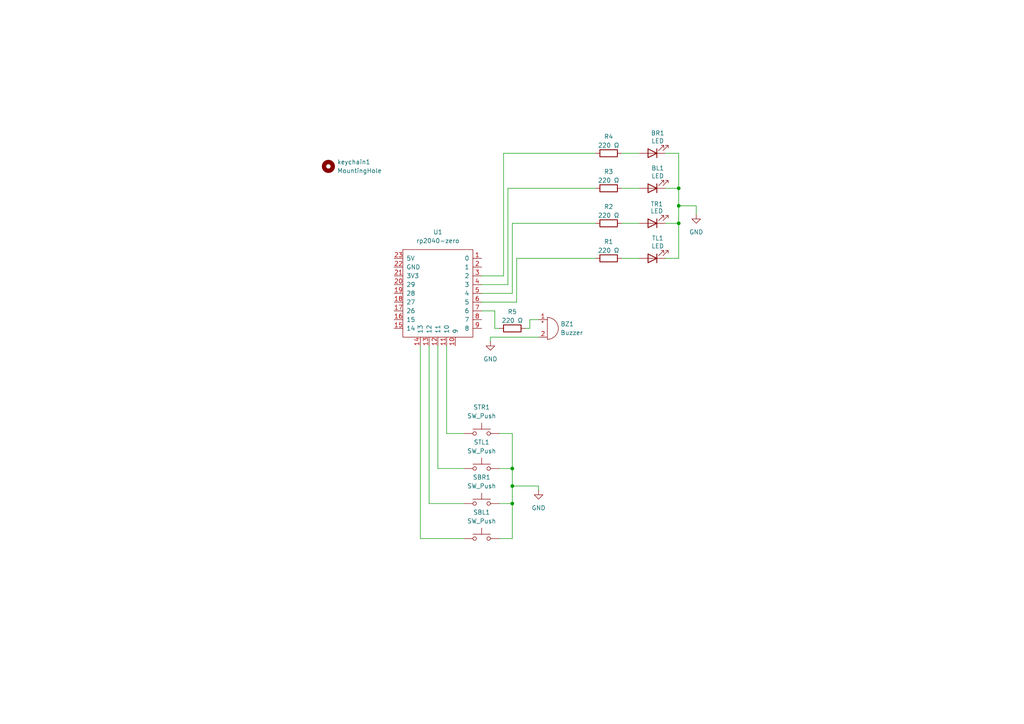
<source format=kicad_sch>
(kicad_sch (version 20231120) (generator "eeschema") (generator_version "8.0")
  (paper "A4")
  (lib_symbols
    (symbol "Device:Buzzer" (pin_names (offset 0.0254) hide)
      (property "Reference" "BZ" (at 3.81 1.27 0))
      (property "Value" "Buzzer" (at 3.81 -1.27 0))
      (symbol "Buzzer_0_1"
        (arc (start 0 -3.175) (mid 3.1612 0) (end 0 3.175))
        (polyline (pts (xy -1.651 1.905) (xy -1.143 1.905)))
        (polyline (pts (xy -1.397 2.159) (xy -1.397 1.651)))
        (polyline (pts (xy 0 3.175) (xy 0 -3.175)))
      )
      (symbol "Buzzer_1_1"
        (pin passive line (at -2.54 2.54 0) (length 2.54) (name "+") (number "1"))
        (pin passive line (at -2.54 -2.54 0) (length 2.54) (name "-") (number "2"))
      )
    )
    (symbol "Device:LED" (pin_numbers hide) (pin_names (offset 1.016) hide)
      (property "Reference" "D" (at 0 2.54 0))
      (property "Value" "LED" (at 0 -2.54 0))
      (symbol "LED_0_1"
        (polyline (pts (xy -1.27 -1.27) (xy -1.27 1.27)) (stroke (width 0.254)))
        (polyline (pts (xy -1.27 0) (xy 1.27 0)))
        (polyline (pts (xy 1.27 -1.27) (xy 1.27 1.27) (xy -1.27 0) (xy 1.27 -1.27)) (stroke (width 0.254)))
        (polyline (pts (xy -3.048 -0.762) (xy -4.572 -2.286) (xy -3.81 -2.286) (xy -4.572 -2.286) (xy -4.572 -1.524)))
        (polyline (pts (xy -1.778 -0.762) (xy -3.302 -2.286) (xy -2.54 -2.286) (xy -3.302 -2.286) (xy -3.302 -1.524)))
      )
      (symbol "LED_1_1"
        (pin passive line (at -3.81 0 0) (length 2.54) (name "K") (number "1"))
        (pin passive line (at 3.81 0 180) (length 2.54) (name "A") (number "2"))
      )
    )
    (symbol "Device:R" (pin_numbers hide) (pin_names (offset 0))
      (property "Reference" "R" (at 2.032 0 90))
      (property "Value" "R" (at 0 0 90))
      (symbol "R_0_1"
        (rectangle (start -1.016 -2.54) (end 1.016 2.54) (stroke (width 0.254)))
      )
      (symbol "R_1_1"
        (pin passive line (at 0 3.81 270) (length 1.27) (name "~") (number "1"))
        (pin passive line (at 0 -3.81 90) (length 1.27) (name "~") (number "2"))
      )
    )
    (symbol "Mechanical:MountingHole" (pin_names (offset 1.016)) (exclude_from_sim yes) (in_bom no)
      (property "Reference" "H" (at 0 5.08 0))
      (property "Value" "MountingHole" (at 0 3.175 0))
      (symbol "MountingHole_0_1"
        (circle (center 0 0) (radius 1.27) (stroke (width 1.27)))
      )
    )
    (symbol "Switch:SW_Push" (pin_numbers hide) (pin_names (offset 1.016) hide)
      (property "Reference" "SW" (at 1.27 2.54 0))
      (property "Value" "SW_Push" (at 0 -1.524 0))
      (symbol "SW_Push_0_1"
        (circle (center -2.032 0) (radius 0.508))
        (polyline (pts (xy 0 1.27) (xy 0 3.048)))
        (polyline (pts (xy 2.54 1.27) (xy -2.54 1.27)))
        (circle (center 2.032 0) (radius 0.508))
        (pin passive line (at -5.08 0 0) (length 2.54) (name "1") (number "1"))
        (pin passive line (at 5.08 0 180) (length 2.54) (name "2") (number "2"))
      )
    )
    (symbol "mcu:rp2040-zero" (pin_names (offset 1.016))
      (property "Reference" "U" (at 0 15.24 0))
      (property "Value" "rp2040-zero" (at 0 12.7 0))
      (symbol "rp2040-zero_0_1"
        (rectangle (start -10.16 11.43) (end 10.16 -13.97))
      )
      (symbol "rp2040-zero_1_1"
        (pin bidirectional line (at 12.7 8.89 180) (length 2.54) (name "0") (number "1"))
        (pin bidirectional line (at 5.08 -16.51 90) (length 2.54) (name "9") (number "10"))
        (pin bidirectional line (at 2.54 -16.51 90) (length 2.54) (name "10") (number "11"))
        (pin bidirectional line (at 0 -16.51 90) (length 2.54) (name "11") (number "12"))
        (pin bidirectional line (at -2.54 -16.51 90) (length 2.54) (name "12") (number "13"))
        (pin bidirectional line (at -5.08 -16.51 90) (length 2.54) (name "13") (number "14"))
        (pin bidirectional line (at -12.7 -11.43 0) (length 2.54) (name "14") (number "15"))
        (pin bidirectional line (at -12.7 -8.89 0) (length 2.54) (name "15") (number "16"))
        (pin bidirectional line (at -12.7 -6.35 0) (length 2.54) (name "26") (number "17"))
        (pin bidirectional line (at -12.7 -3.81 0) (length 2.54) (name "27") (number "18"))
        (pin bidirectional line (at -12.7 -1.27 0) (length 2.54) (name "28") (number "19"))
        (pin bidirectional line (at 12.7 6.35 180) (length 2.54) (name "1") (number "2"))
        (pin bidirectional line (at -12.7 1.27 0) (length 2.54) (name "29") (number "20"))
        (pin power_out line (at -12.7 3.81 0) (length 2.54) (name "3V3") (number "21"))
        (pin power_out line (at -12.7 6.35 0) (length 2.54) (name "GND") (number "22"))
        (pin power_out line (at -12.7 8.89 0) (length 2.54) (name "5V") (number "23"))
        (pin bidirectional line (at 12.7 3.81 180) (length 2.54) (name "2") (number "3"))
        (pin bidirectional line (at 12.7 1.27 180) (length 2.54) (name "3") (number "4"))
        (pin bidirectional line (at 12.7 -1.27 180) (length 2.54) (name "4") (number "5"))
        (pin bidirectional line (at 12.7 -3.81 180) (length 2.54) (name "5") (number "6"))
        (pin bidirectional line (at 12.7 -6.35 180) (length 2.54) (name "6") (number "7"))
        (pin bidirectional line (at 12.7 -8.89 180) (length 2.54) (name "7") (number "8"))
        (pin bidirectional line (at 12.7 -11.43 180) (length 2.54) (name "8") (number "9"))
      )
    )
    (symbol "power:GND" (power) (pin_numbers hide) (pin_names (offset 0) hide)
      (property "Value" "GND" (at 0 -3.81 0))
      (symbol "GND_0_1"
        (polyline (pts (xy 0 0) (xy 0 -1.27) (xy 1.27 -1.27) (xy 0 -2.54) (xy -1.27 -1.27) (xy 0 -1.27)))
      )
      (symbol "GND_1_1"
        (pin power_in line (at 0 0 270) (length 0) (name "~") (number "1"))
      )
    )
  )
  (junction (at 196.85 64.77))
  (junction (at 148.59 146.05))
  (junction (at 196.85 59.69))
  (junction (at 196.85 54.61))
  (junction (at 148.59 135.89))
  (junction (at 148.59 140.97))
  (wire (pts (xy 134.62 125.73) (xy 129.54 125.73)))
  (wire (pts (xy 146.05 80.01) (xy 139.7 80.01)))
  (wire (pts (xy 134.62 146.05) (xy 124.46 146.05)))
  (wire (pts (xy 143.51 90.17) (xy 139.7 90.17)))
  (wire (pts (xy 153.67 92.71) (xy 156.21 92.71)))
  (wire (pts (xy 196.85 54.61) (xy 196.85 59.69)))
  (wire (pts (xy 149.86 87.63) (xy 149.86 74.93)))
  (wire (pts (xy 193.04 74.93) (xy 196.85 74.93)))
  (wire (pts (xy 129.54 125.73) (xy 129.54 100.33)))
  (wire (pts (xy 124.46 146.05) (xy 124.46 100.33)))
  (wire (pts (xy 121.92 156.21) (xy 121.92 100.33)))
  (wire (pts (xy 185.42 54.61) (xy 180.34 54.61)))
  (wire (pts (xy 201.93 59.69) (xy 201.93 62.23)))
  (wire (pts (xy 148.59 135.89) (xy 148.59 140.97)))
  (wire (pts (xy 148.59 146.05) (xy 148.59 156.21)))
  (wire (pts (xy 142.24 97.79) (xy 156.21 97.79)))
  (wire (pts (xy 172.72 54.61) (xy 147.32 54.61)))
  (wire (pts (xy 139.7 87.63) (xy 149.86 87.63)))
  (wire (pts (xy 147.32 54.61) (xy 147.32 82.55)))
  (wire (pts (xy 134.62 135.89) (xy 127 135.89)))
  (wire (pts (xy 149.86 74.93) (xy 172.72 74.93)))
  (wire (pts (xy 142.24 97.79) (xy 142.24 99.06)))
  (wire (pts (xy 148.59 64.77) (xy 148.59 85.09)))
  (wire (pts (xy 193.04 44.45) (xy 196.85 44.45)))
  (wire (pts (xy 144.78 125.73) (xy 148.59 125.73)))
  (wire (pts (xy 144.78 146.05) (xy 148.59 146.05)))
  (wire (pts (xy 196.85 59.69) (xy 201.93 59.69)))
  (wire (pts (xy 180.34 74.93) (xy 185.42 74.93)))
  (wire (pts (xy 144.78 135.89) (xy 148.59 135.89)))
  (wire (pts (xy 156.21 140.97) (xy 148.59 140.97)))
  (wire (pts (xy 148.59 125.73) (xy 148.59 135.89)))
  (wire (pts (xy 127 135.89) (xy 127 100.33)))
  (wire (pts (xy 196.85 59.69) (xy 196.85 64.77)))
  (wire (pts (xy 180.34 44.45) (xy 185.42 44.45)))
  (wire (pts (xy 148.59 85.09) (xy 139.7 85.09)))
  (wire (pts (xy 147.32 82.55) (xy 139.7 82.55)))
  (wire (pts (xy 196.85 64.77) (xy 193.04 64.77)))
  (wire (pts (xy 144.78 156.21) (xy 148.59 156.21)))
  (wire (pts (xy 196.85 44.45) (xy 196.85 54.61)))
  (wire (pts (xy 146.05 44.45) (xy 146.05 80.01)))
  (wire (pts (xy 148.59 140.97) (xy 148.59 146.05)))
  (wire (pts (xy 134.62 156.21) (xy 121.92 156.21)))
  (wire (pts (xy 144.78 95.25) (xy 143.51 95.25)))
  (wire (pts (xy 153.67 95.25) (xy 153.67 92.71)))
  (wire (pts (xy 172.72 44.45) (xy 146.05 44.45)))
  (wire (pts (xy 180.34 64.77) (xy 185.42 64.77)))
  (wire (pts (xy 196.85 64.77) (xy 196.85 74.93)))
  (wire (pts (xy 143.51 95.25) (xy 143.51 90.17)))
  (wire (pts (xy 153.67 95.25) (xy 152.4 95.25)))
  (wire (pts (xy 193.04 54.61) (xy 196.85 54.61)))
  (wire (pts (xy 172.72 64.77) (xy 148.59 64.77)))
  (wire (pts (xy 156.21 140.97) (xy 156.21 142.24)))
  (symbol (lib_id "Switch:SW_Push") (at 139.7 146.05 0) (unit 1)
    (property "Reference" "SBR1" (at 139.7 138.43 0))
    (property "Value" "SW_Push" (at 139.7 140.97 0))
    (property "Footprint" "Button_Switch_THT:SW_PUSH_6mm" (effects (hide yes)))
    (property "Description" "Push button switch, generic, two pins" (effects (hide yes)))
  )
  (symbol (lib_id "mcu:rp2040-zero") (at 127 83.82 0) (unit 1)
    (property "Reference" "U1" (at 127 67.31 0))
    (property "Value" "rp2040-zero" (at 127 69.85 0))
    (property "Footprint" "mcu:rp2040-zero-tht" (effects (hide yes)))
  )
  (symbol (lib_id "power:GND") (at 142.24 99.06 0) (unit 1)
    (property "Reference" "#PWR03" (effects (hide yes)))
    (property "Value" "GND" (at 142.24 104.14 0))
    (property "Description" "Power symbol creates a global label with name \"GND\" , ground" (effects (hide yes)))
  )
  (symbol (lib_id "Device:LED") (at 189.23 74.93 180) (unit 1)
    (property "Reference" "TL1" (at 190.754 69.088 0))
    (property "Value" "LED" (at 190.754 71.374 0))
    (property "Footprint" "LED_SMD:LED_1206_3216Metric_Pad1.42x1.75mm_HandSolder" (effects (hide yes)))
    (property "Description" "Light emitting diode" (effects (hide yes)))
  )
  (symbol (lib_id "Switch:SW_Push") (at 139.7 125.73 0) (unit 1)
    (property "Reference" "STR1" (at 139.7 118.11 0))
    (property "Value" "SW_Push" (at 139.7 120.65 0))
    (property "Footprint" "Button_Switch_THT:SW_PUSH_6mm" (effects (hide yes)))
    (property "Description" "Push button switch, generic, two pins" (effects (hide yes)))
  )
  (symbol (lib_id "Device:LED") (at 189.23 54.61 180) (unit 1)
    (property "Reference" "BL1" (at 190.754 48.768 0))
    (property "Value" "LED" (at 190.754 51.054 0))
    (property "Footprint" "LED_SMD:LED_1206_3216Metric_Pad1.42x1.75mm_HandSolder" (effects (hide yes)))
    (property "Description" "Light emitting diode" (effects (hide yes)))
  )
  (symbol (lib_id "Switch:SW_Push") (at 139.7 156.21 0) (unit 1)
    (property "Reference" "SBL1" (at 139.7 148.59 0))
    (property "Value" "SW_Push" (at 139.7 151.13 0))
    (property "Footprint" "Button_Switch_THT:SW_PUSH_6mm" (effects (hide yes)))
    (property "Description" "Push button switch, generic, two pins" (effects (hide yes)))
  )
  (symbol (lib_id "Device:R") (at 176.53 64.77 90) (unit 1)
    (property "Reference" "R2" (at 176.53 59.944 90))
    (property "Value" "220 Ω" (at 176.53 62.484 90))
    (property "Footprint" "Resistor_SMD:R_1206_3216Metric_Pad1.30x1.75mm_HandSolder" (effects (hide yes)))
    (property "Description" "Resistor" (effects (hide yes)))
  )
  (symbol (lib_id "power:GND") (at 156.21 142.24 0) (unit 1)
    (property "Reference" "#PWR02" (effects (hide yes)))
    (property "Value" "GND" (at 156.21 147.32 0))
    (property "Description" "Power symbol creates a global label with name \"GND\" , ground" (effects (hide yes)))
  )
  (symbol (lib_id "Device:R") (at 176.53 74.93 90) (unit 1)
    (property "Reference" "R1" (at 176.53 70.104 90))
    (property "Value" "220 Ω" (at 176.53 72.644 90))
    (property "Footprint" "Resistor_SMD:R_1206_3216Metric_Pad1.30x1.75mm_HandSolder" (effects (hide yes)))
    (property "Description" "Resistor" (effects (hide yes)))
  )
  (symbol (lib_id "Device:R") (at 148.59 95.25 90) (unit 1)
    (property "Reference" "R5" (at 148.59 90.424 90))
    (property "Value" "220 Ω" (at 148.59 92.964 90))
    (property "Footprint" "Resistor_SMD:R_1206_3216Metric_Pad1.30x1.75mm_HandSolder" (effects (hide yes)))
    (property "Description" "Resistor" (effects (hide yes)))
  )
  (symbol (lib_id "power:GND") (at 201.93 62.23 0) (unit 1)
    (property "Reference" "#PWR01" (effects (hide yes)))
    (property "Value" "GND" (at 201.93 67.31 0))
    (property "Description" "Power symbol creates a global label with name \"GND\" , ground" (effects (hide yes)))
  )
  (symbol (lib_id "Device:Buzzer") (at 158.75 95.25 0) (unit 1)
    (property "Reference" "BZ1" (at 162.56 93.9799 0) (effects (justify left)))
    (property "Value" "Buzzer" (at 162.56 96.5199 0) (effects (justify left)))
    (property "Footprint" "Buzzer_Beeper:Buzzer_12x9.5RM7.6" (effects (hide yes)))
    (property "Description" "Buzzer, polarized" (effects (hide yes)))
  )
  (symbol (lib_id "Device:R") (at 176.53 44.45 90) (unit 1)
    (property "Reference" "R4" (at 176.53 39.624 90))
    (property "Value" "220 Ω" (at 176.53 42.164 90))
    (property "Footprint" "Resistor_SMD:R_1206_3216Metric_Pad1.30x1.75mm_HandSolder" (effects (hide yes)))
    (property "Description" "Resistor" (effects (hide yes)))
  )
  (symbol (lib_id "Switch:SW_Push") (at 139.7 135.89 0) (unit 1)
    (property "Reference" "STL1" (at 139.7 128.27 0))
    (property "Value" "SW_Push" (at 139.7 130.81 0))
    (property "Footprint" "Button_Switch_THT:SW_PUSH_6mm" (effects (hide yes)))
    (property "Description" "Push button switch, generic, two pins" (effects (hide yes)))
  )
  (symbol (lib_id "Device:R") (at 176.53 54.61 90) (unit 1)
    (property "Reference" "R3" (at 176.53 49.784 90))
    (property "Value" "220 Ω" (at 176.53 52.324 90))
    (property "Footprint" "Resistor_SMD:R_1206_3216Metric_Pad1.30x1.75mm_HandSolder" (effects (hide yes)))
    (property "Description" "Resistor" (effects (hide yes)))
  )
  (symbol (lib_id "Mechanical:MountingHole") (at 95.25 48.26 0) (unit 1) (exclude_from_sim yes) (in_bom no)
    (property "Reference" "keychain1" (at 97.79 46.9899 0) (effects (justify left)))
    (property "Value" "MountingHole" (at 97.79 49.5299 0) (effects (justify left)))
    (property "Footprint" "MountingHole:MountingHole_3.2mm_M3" (effects (hide yes)))
    (property "Description" "Mounting Hole without connection" (effects (hide yes)))
  )
  (symbol (lib_id "Device:LED") (at 189.23 44.45 180) (unit 1)
    (property "Reference" "BR1" (at 190.754 38.608 0))
    (property "Value" "LED" (at 190.754 40.894 0))
    (property "Footprint" "LED_SMD:LED_1206_3216Metric_Pad1.42x1.75mm_HandSolder" (effects (hide yes)))
    (property "Description" "Light emitting diode" (effects (hide yes)))
  )
  (symbol (lib_id "Device:LED") (at 189.23 64.77 180) (unit 1)
    (property "Reference" "TR1" (at 190.5 59.182 0))
    (property "Value" "LED" (at 190.5 61.214 0))
    (property "Footprint" "LED_SMD:LED_1206_3216Metric_Pad1.42x1.75mm_HandSolder" (effects (hide yes)))
    (property "Description" "Light emitting diode" (effects (hide yes)))
  )
)
</source>
